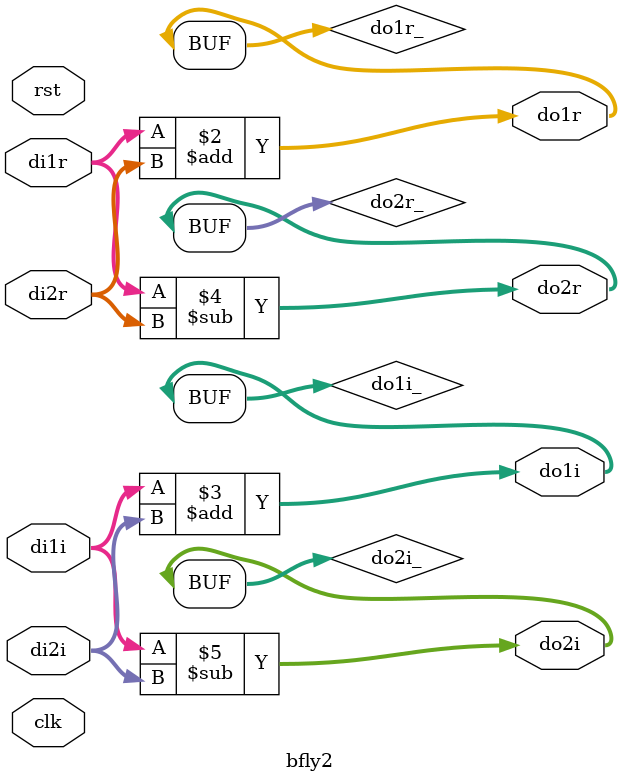
<source format=v>
module bfly2(rst,clk,di1r,di1i,di2r,di2i,do1r,do1i,do2r,do2i);

input rst,clk;
input [35:0] di1r,di1i,di2r,di2i;
output [35:0] do1r,do1i,do2r,do2i;

reg [35:0] do1r_,do1i_,do2r_,do2i_;

assign do1r = do1r_;
assign do1i = do1i_;
assign do2r = do2r_;
assign do2i = do2i_;

always @(*) begin
	do1r_ = di1r + di2r;
	do1i_ = di1i + di2i;
	do2r_ = di1r - di2r;
	do2i_ = di1i - di2i;
end



endmodule

</source>
